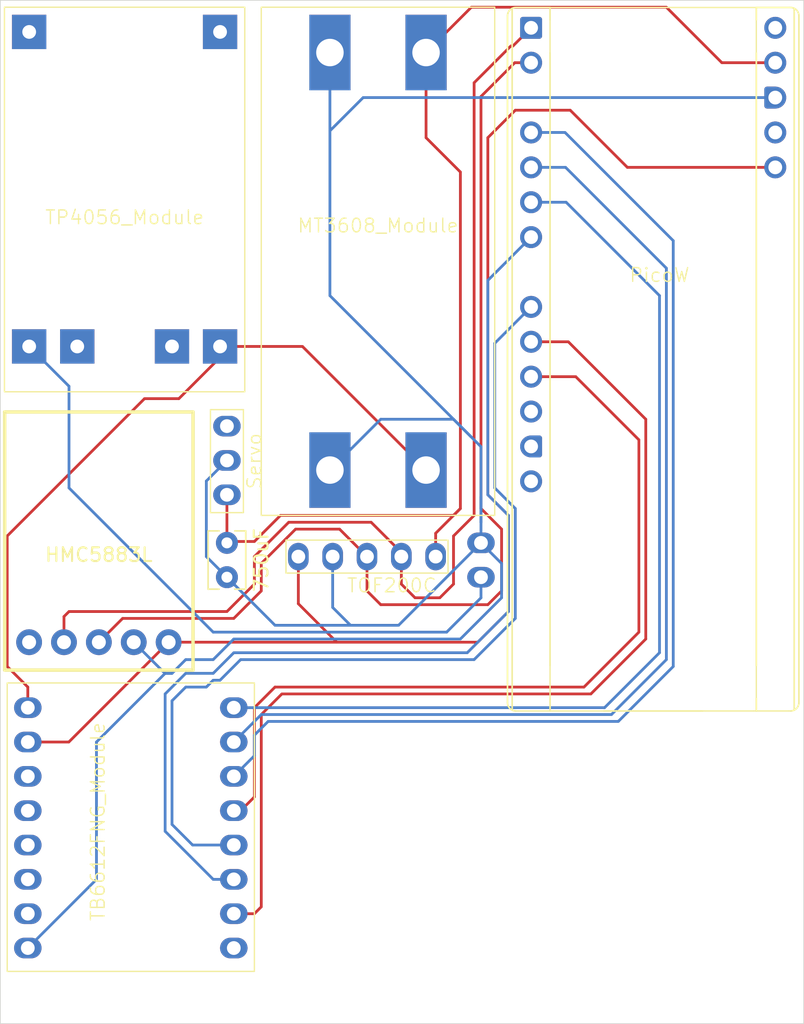
<source format=kicad_pcb>
(kicad_pcb (version 20241229) (generator "pcbnew") (generator_version "9.0")
  (layers (0 "F.Cu" signal) (2 "B.Cu" signal) (13 "F.Paste" user) (15 "B.Paste" user) (5 "F.SilkS" user "F.Silkscreen") (7 "B.SilkS" user "B.Silkscreen") (1 "F.Mask" user) (3 "B.Mask" user) (25 "Edge.Cuts" user))
  (net 0 "")
  (footprint "" (layer "F.Cu") (at 106 81.5 90)
    (property "Reference" "" (at 0 0 90) (layer "F.SilkS") (effects (font (size 1.27 1.27))))
    (property "Value" "")
    (pad "2" thru_hole oval (at 0 0 90) (size 1.5 2) (drill 1) (layers "*.Cu" "*.Mask"))
  )
  (footprint "CustomFutprints:TP4056_Module" (layer "F.Cu") (at 80.8 54 180)
    (property "Reference" "TP4056_Module" (at 0.75 -1.3 0) (layer "F.SilkS") (effects (font (thickness 0.1))))
    (property "Value" "TP4056_Module" (hide yes))
    (fp_rect (start -8 -14) (end 9.5 14) (stroke (width 0.1)) (fill no) (layer "F.SilkS"))
    (pad "1" thru_hole rect (at 7.7 -10.7 180) (size 2.5 2.5) (drill 1) (layers "*.Cu" "*.Mask"))
    (pad "2" thru_hole rect (at 4.2 -10.7 180) (size 2.5 2.5) (drill 1) (layers "*.Cu" "*.Mask"))
    (pad "3" thru_hole rect (at -6.2 -10.7 180) (size 2.5 2.5) (drill 1) (layers "*.Cu" "*.Mask"))
    (pad "4" thru_hole rect (at -2.7 -10.7 180) (size 2.5 2.5) (drill 1) (layers "*.Cu" "*.Mask"))
    (pad "5" thru_hole rect (at 7.7 12.2 180) (size 2.5 2.5) (drill 1) (layers "*.Cu" "*.Mask"))
    (pad "6" thru_hole rect (at -6.2 12.2 180) (size 2.5 2.5) (drill 1) (layers "*.Cu" "*.Mask"))
  )
  (footprint "CustomFutprints:MT3608_Module" (layer "F.Cu") (at 100 50)
    (property "Reference" "MT3608_Module" (at -1.5 5.9 0) (layer "F.SilkS") (effects (font (thickness 0.1))))
    (property "Value" "MT3608_Module" (hide yes))
    (fp_rect (start -10 -10) (end 7 27) (stroke (width 0.1)) (fill no) (layer "F.SilkS"))
    (pad "1" thru_hole rect (at 2 -6.7) (size 3 5.5) (drill 2) (layers "*.Cu" "*.Mask"))
    (pad "2" thru_hole rect (at -5 -6.7) (size 3 5.5) (drill 2) (layers "*.Cu" "*.Mask"))
    (pad "3" thru_hole rect (at 2 23.7) (size 3 5.5) (drill 2) (layers "*.Cu" "*.Mask"))
    (pad "4" thru_hole rect (at -5 23.7) (size 3 5.5) (drill 2) (layers "*.Cu" "*.Mask"))
  )
  (footprint "" (layer "F.Cu") (at 106 79 90)
    (property "Reference" "" (at 0 0 90) (layer "F.SilkS") (effects (font (size 1.27 1.27))))
    (property "Value" "")
    (pad "1" thru_hole oval (at 0 0 90) (size 1.5 2) (drill 1) (layers "*.Cu" "*.Mask"))
  )
  (footprint "CustomFutprints:TOF200C" (layer "F.Cu") (at 99.5 83.6)
    (property "Reference" "TOF200C" (at 0 -1.5 0) (layer "F.SilkS") (effects (font (thickness 0.1))))
    (property "Value" "TOF200C" (hide yes))
    (fp_rect (start -7.7 -4.8) (end 4.1 -2.4) (stroke (width 0.1)) (fill no) (layer "F.SilkS"))
    (pad "1" thru_hole oval (at 3.2 -3.6) (size 1.5 2) (drill 1) (layers "*.Cu" "*.Mask"))
    (pad "2" thru_hole oval (at 0.7 -3.6) (size 1.5 2) (drill 1) (layers "*.Cu" "*.Mask"))
    (pad "3" thru_hole oval (at -1.8 -3.6) (size 1.5 2) (drill 1) (layers "*.Cu" "*.Mask"))
    (pad "4" thru_hole oval (at -4.3 -3.6) (size 1.5 2) (drill 1) (layers "*.Cu" "*.Mask"))
    (pad "5" thru_hole oval (at -6.8 -3.6) (size 1.5 2) (drill 1) (layers "*.Cu" "*.Mask"))
  )
  (footprint "CustomFutprints:HMC5883L" (layer "F.Cu") (at 78.174 78.866 -90)
    (property "Reference" "HMC5883L" (at 1 0 0) (layer "F.SilkS") (effects (font (size 1.000094 1.000094))))
    (property "Value" "HMC5883L" (hide yes))
    (fp_line (start -9.398 6.858) (end 9.398 6.858) (stroke (width 0.254)) (layer "F.SilkS"))
    (fp_line (start 9.398 6.858) (end 9.398 -6.858) (stroke (width 0.254)) (layer "F.SilkS"))
    (fp_line (start -9.398 -6.858) (end -9.398 6.858) (stroke (width 0.254)) (layer "F.SilkS"))
    (fp_line (start 9.398 -6.858) (end -9.398 -6.858) (stroke (width 0.254)) (layer "F.SilkS"))
    (pad "" np_thru_hole circle (at -7.366 -4.826 270) (size 3.175 3.175) (drill 3.175) (layers "*.Cu" "*.Mask"))
    (pad "" np_thru_hole circle (at -7.366 4.826 270) (size 3.175 3.175) (drill 3.175) (layers "*.Cu" "*.Mask"))
    (pad "1" thru_hole circle (at 7.366 -5.08 270) (size 1.8796 1.8796) (drill 1.016) (layers "*.Cu" "*.Mask"))
    (pad "2" thru_hole circle (at 7.366 -2.54 270) (size 1.8796 1.8796) (drill 1.016) (layers "*.Cu" "*.Mask"))
    (pad "3" thru_hole circle (at 7.366 0 270) (size 1.8796 1.8796) (drill 1.016) (layers "*.Cu" "*.Mask"))
    (pad "4" thru_hole circle (at 7.366 2.54 270) (size 1.8796 1.8796) (drill 1.016) (layers "*.Cu" "*.Mask"))
    (pad "5" thru_hole circle (at 7.366 5.08 270) (size 1.8796 1.8796) (drill 1.016) (layers "*.Cu" "*.Mask"))
  )
  (footprint "Capacitor_THT:C_Rect_L4.0mm_W2.5mm_P2.50mm" (layer "F.Cu") (at 87.5 81.5 90)
    (property "Reference" "750uF" (at 1.25 2.5 90) (layer "F.SilkS"))
    (property "Value" "C_Rect_L4.0mm_W2.5mm_P2.50mm" (hide yes))
    (fp_line (start 3.37 -1.37) (end 3.37 -0.57) (stroke (width 0.12)) (layer "F.SilkS"))
    (fp_line (start -0.87 -1.37) (end 3.37 -1.37) (stroke (width 0.12)) (layer "F.SilkS"))
    (fp_line (start -0.87 -0.57) (end -0.87 -1.37) (stroke (width 0.12)) (layer "F.SilkS"))
    (fp_line (start 3.37 0.57) (end 3.37 1.37) (stroke (width 0.12)) (layer "F.SilkS"))
    (fp_line (start 3.37 1.37) (end -0.87 1.37) (stroke (width 0.12)) (layer "F.SilkS"))
    (fp_line (start -0.87 1.37) (end -0.87 0.57) (stroke (width 0.12)) (layer "F.SilkS"))
    (pad "1" thru_hole circle (at 0 0 90) (size 1.6 1.6) (drill 0.8) (layers "*.Cu" "*.Mask"))
    (pad "2" thru_hole circle (at 2.5 0 90) (size 1.6 1.6) (drill 0.8) (layers "*.Cu" "*.Mask"))
  )
  (footprint "CustomFutprints:Servo" (layer "F.Cu") (at 90.2 73.05 90)
    (property "Reference" "Servo" (at 0 -0.7 90) (layer "F.SilkS") (effects (font (thickness 0.1))))
    (property "Value" "Servo" (hide yes))
    (fp_rect (start -3.75 -3.9) (end 3.75 -1.5) (stroke (width 0.1)) (fill no) (layer "F.SilkS"))
    (pad "1" thru_hole oval (at 2.55 -2.7 90) (size 1.5 2) (drill 1) (layers "*.Cu" "*.Mask"))
    (pad "2" thru_hole oval (at 0.05 -2.7 90) (size 1.5 2) (drill 1) (layers "*.Cu" "*.Mask"))
    (pad "3" thru_hole oval (at -2.45 -2.7 90) (size 1.5 2) (drill 1) (layers "*.Cu" "*.Mask"))
  )
  (footprint "CustomFutprints:Croped_PicoW" (layer "F.Cu") (at 119 60)
    (property "Reference" "PicoW" (at 0 -0.5 0) (layer "F.SilkS") (effects (font (thickness 0.1))))
    (property "Value" "Croped_PicoW")
    (fp_line (start -11.07 -19.37) (end -11.07 30.63) (stroke (width 0.12)) (layer "F.SilkS"))
    (fp_line (start -10.73 -19.917) (end -10.73 31.177) (stroke (width 0.12)) (layer "F.SilkS"))
    (fp_line (start -10.46 -19.98) (end -7.97 -19.98) (stroke (width 0.12)) (layer "F.SilkS"))
    (fp_line (start -7.97 -19.98) (end -7.97 -19.06648) (stroke (width 0.12)) (layer "F.SilkS"))
    (fp_line (start -7.97 -19.98) (end 7.05 -19.98) (stroke (width 0.1)) (layer "F.SilkS"))
    (fp_line (start -7.97 -16.67352) (end -7.97 -19.06648) (stroke (width 0.1)) (layer "F.SilkS"))
    (fp_line (start -7.97 -16.67352) (end -7.97 27.93352) (stroke (width 0.12)) (layer "F.SilkS"))
    (fp_line (start -7.97 30.32648) (end -7.97 27.93352) (stroke (width 0.1)) (layer "F.SilkS"))
    (fp_line (start -7.97 30.32648) (end -7.97 31.24) (stroke (width 0.12)) (layer "F.SilkS"))
    (fp_line (start -7.97 31.24) (end -10.460099 31.24) (stroke (width 0.1)) (layer "F.SilkS"))
    (fp_line (start -4.06 31.24) (end -7.97 31.24) (stroke (width 0.1)) (layer "F.SilkS"))
    (fp_line (start 3.14 31.24) (end -4.06 31.24) (stroke (width 0.12)) (layer "F.SilkS"))
    (fp_line (start 7.05 -19.98) (end 7.05 -19.06648) (stroke (width 0.12)) (layer "F.SilkS"))
    (fp_line (start 7.05 -19.06648) (end 7.05 -16.67352) (stroke (width 0.1)) (layer "F.SilkS"))
    (fp_line (start 7.05 -16.67352) (end 7.05 27.93352) (stroke (width 0.12)) (layer "F.SilkS"))
    (fp_line (start 7.05 30.32648) (end 7.05 27.93352) (stroke (width 0.1)) (layer "F.SilkS"))
    (fp_line (start 7.05 30.32648) (end 7.05 31.24) (stroke (width 0.12)) (layer "F.SilkS"))
    (fp_line (start 7.05 31.24) (end 3.14 31.24) (stroke (width 0.1)) (layer "F.SilkS"))
    (fp_line (start 7.05 31.24) (end 9.54 31.24) (stroke (width 0.1)) (layer "F.SilkS"))
    (fp_line (start 9.54 -19.98) (end 7.05 -19.98) (stroke (width 0.12)) (layer "F.SilkS"))
    (fp_line (start 9.81 31.177) (end 9.81 -19.917) (stroke (width 0.12)) (layer "F.SilkS"))
    (fp_line (start 10.15 -19.37) (end 10.15 30.63) (stroke (width 0.12)) (layer "F.SilkS"))
    (fp_arc (start -11.07 -19.37) (mid -10.891335 -19.801335) (end -10.46 -19.98) (stroke (width 0.12)) (layer "F.SilkS"))
    (fp_arc (start -10.46 31.24) (mid -10.891364 31.061364) (end -11.07 30.63) (stroke (width 0.12)) (layer "F.SilkS"))
    (fp_arc (start 9.54 -19.98) (mid 9.971335 -19.801335) (end 10.15 -19.37) (stroke (width 0.12)) (layer "F.SilkS"))
    (fp_arc (start 10.15 30.63) (mid 9.971335 31.061335) (end 9.54 31.24) (stroke (width 0.12)) (layer "F.SilkS"))
    (pad "1" thru_hole roundrect (at -9.35 -18.5) (size 1.6 1.6) (drill 1) (layers "*.Cu" "*.Mask") (roundrect_rratio 0.125))
    (pad "2" thru_hole circle (at -9.35 -15.96) (size 1.6 1.6) (drill 1) (layers "*.Cu" "*.Mask"))
    (pad "4" thru_hole circle (at -9.35 -10.88) (size 1.6 1.6) (drill 1) (layers "*.Cu" "*.Mask"))
    (pad "5" thru_hole circle (at -9.35 -8.34) (size 1.6 1.6) (drill 1) (layers "*.Cu" "*.Mask"))
    (pad "6" thru_hole circle (at -9.35 -5.8) (size 1.6 1.6) (drill 1) (layers "*.Cu" "*.Mask"))
    (pad "7" thru_hole circle (at -9.35 -3.26) (size 1.6 1.6) (drill 1) (layers "*.Cu" "*.Mask"))
    (pad "9" thru_hole circle (at -9.35 1.82) (size 1.6 1.6) (drill 1) (layers "*.Cu" "*.Mask"))
    (pad "10" thru_hole circle (at -9.35 4.36) (size 1.6 1.6) (drill 1) (layers "*.Cu" "*.Mask"))
    (pad "11" thru_hole circle (at -9.35 6.9) (size 1.6 1.6) (drill 1) (layers "*.Cu" "*.Mask"))
    (pad "12" thru_hole circle (at -9.35 9.44) (size 1.6 1.6) (drill 1) (layers "*.Cu" "*.Mask"))
    (pad "13" thru_hole custom (at -9.35 11.98) (size 1.6 1.6) (drill 1) (layers "*.Cu" "*.Mask") (options (clearance outline) (anchor circle)) (primitives (gr_poly (pts (xy 0.8 0.6) (xy 0.8 -0.6) (xy 0.6 -0.8) (xy 0 -0.8) (xy 0 0.8) (xy 0.6 0.8)) (width 0) (fill yes)) (gr_circle (center 0.6 0.6) (end 0.8 0.6) (width 0) (fill yes)) (gr_circle (center 0.6 -0.6) (end 0.8 -0.6) (width 0) (fill yes))))
    (pad "14" thru_hole circle (at -9.35 14.52) (size 1.6 1.6) (drill 1) (layers "*.Cu" "*.Mask"))
    (pad "36" thru_hole circle (at 8.43 -8.34) (size 1.6 1.6) (drill 1) (layers "*.Cu" "*.Mask"))
    (pad "37" thru_hole circle (at 8.43 -10.88) (size 1.6 1.6) (drill 1) (layers "*.Cu" "*.Mask"))
    (pad "38" thru_hole custom (at 8.43 -13.42) (size 1.6 1.6) (drill 1) (layers "*.Cu" "*.Mask") (options (clearance outline) (anchor circle)) (primitives (gr_poly (pts (xy -0.8 0.6) (xy -0.8 -0.6) (xy -0.6 -0.8) (xy 0 -0.8) (xy 0 0.8) (xy -0.6 0.8)) (width 0) (fill yes)) (gr_circle (center -0.6 0.6) (end -0.4 0.6) (width 0) (fill yes)) (gr_circle (center -0.6 -0.6) (end -0.4 -0.6) (width 0) (fill yes))))
    (pad "39" thru_hole circle (at 8.43 -15.96) (size 1.6 1.6) (drill 1) (layers "*.Cu" "*.Mask"))
    (pad "40" thru_hole circle (at 8.43 -18.5) (size 1.6 1.6) (drill 1) (layers "*.Cu" "*.Mask"))
  )
  (footprint "CustomFutprints:TB6612FNG_Module" (layer "F.Cu") (at 78.7 98.7 90)
    (property "Reference" "TB6612FNG_Module" (at -0.6 -0.6 90) (layer "F.SilkS") (effects (font (thickness 0.1))))
    (property "Value" "TB6612FNG_Module" (hide yes))
    (fp_rect (start -11.5 -7.2) (end 9.5 10.8) (stroke (width 0.1)) (fill no) (layer "F.SilkS"))
    (pad "1" thru_hole oval (at 7.7 9.3 90) (size 1.5 2) (drill 1) (layers "*.Cu" "*.Mask"))
    (pad "2" thru_hole oval (at 5.2 9.3 90) (size 1.5 2) (drill 1) (layers "*.Cu" "*.Mask"))
    (pad "3" thru_hole oval (at 2.7 9.3 90) (size 1.5 2) (drill 1) (layers "*.Cu" "*.Mask"))
    (pad "4" thru_hole oval (at 0.2 9.3 90) (size 1.5 2) (drill 1) (layers "*.Cu" "*.Mask"))
    (pad "5" thru_hole oval (at -2.3 9.3 90) (size 1.5 2) (drill 1) (layers "*.Cu" "*.Mask"))
    (pad "6" thru_hole oval (at -4.8 9.3 90) (size 1.5 2) (drill 1) (layers "*.Cu" "*.Mask"))
    (pad "7" thru_hole oval (at -7.3 9.3 90) (size 1.5 2) (drill 1) (layers "*.Cu" "*.Mask"))
    (pad "8" thru_hole oval (at -9.8 9.3 90) (size 1.5 2) (drill 1) (layers "*.Cu" "*.Mask"))
    (pad "9" thru_hole oval (at 7.7 -5.7 90) (size 1.5 2) (drill 1) (layers "*.Cu" "*.Mask"))
    (pad "10" thru_hole oval (at 5.2 -5.7 90) (size 1.5 2) (drill 1) (layers "*.Cu" "*.Mask"))
    (pad "11" thru_hole oval (at 2.7 -5.7 90) (size 1.5 2) (drill 1) (layers "*.Cu" "*.Mask"))
    (pad "12" thru_hole oval (at 0.2 -5.7 90) (size 1.5 2) (drill 1) (layers "*.Cu" "*.Mask"))
    (pad "13" thru_hole oval (at -2.3 -5.7 90) (size 1.5 2) (drill 1) (layers "*.Cu" "*.Mask"))
    (pad "14" thru_hole oval (at -4.8 -5.7 90) (size 1.5 2) (drill 1) (layers "*.Cu" "*.Mask"))
    (pad "15" thru_hole oval (at -7.3 -5.7 90) (size 1.5 2) (drill 1) (layers "*.Cu" "*.Mask"))
    (pad "16" thru_hole oval (at -9.8 -5.7 90) (size 1.5 2) (drill 1) (layers "*.Cu" "*.Mask"))
  )
  (gr_rect (start 71 39.5) (end 129.5 114) (stroke (width 0.05)) (fill no) (layer "Edge.Cuts"))
  (segment (start 101.2 83) (end 100.2 82) (width 0.2) (layer "F.Cu") (net 0))
  (segment (start 102 43.3) (end 105.3 40) (width 0.2) (layer "F.Cu") (net 0))
  (segment (start 108 84) (end 105.768 86.232) (width 0.2) (layer "F.Cu") (net 0))
  (segment (start 112.9 66.9) (end 109.65 66.9) (width 0.2) (layer "F.Cu") (net 0))
  (segment (start 108.325 42.825) (end 108.175 42.825) (width 0.2) (layer "F.Cu") (net 0))
  (segment (start 91.5 90) (end 114 90) (width 0.2) (layer "F.Cu") (net 0))
  (segment (start 112.5 47.5) (end 108.5 47.5) (width 0.2) (layer "F.Cu") (net 0))
  (segment (start 113.5 89.5) (end 117.5 85.5) (width 0.2) (layer "F.Cu") (net 0))
  (segment (start 98.7 83.5) (end 97.7 82.5) (width 0.2) (layer "F.Cu") (net 0))
  (segment (start 93 64.7) (end 102 73.7) (width 0.2) (layer "F.Cu") (net 0))
  (segment (start 76 84) (end 87.5 84) (width 0.2) (layer "F.Cu") (net 0))
  (segment (start 114 90) (end 118 86) (width 0.2) (layer "F.Cu") (net 0))
  (segment (start 71.5 78.5) (end 81.5 68.5) (width 0.2) (layer "F.Cu") (net 0))
  (segment (start 88 98.5) (end 88.5 98.5) (width 0.2) (layer "F.Cu") (net 0))
  (segment (start 87 64.7) (end 93 64.7) (width 0.2) (layer "F.Cu") (net 0))
  (segment (start 92 77.5) (end 98 77.5) (width 0.2) (layer "F.Cu") (net 0))
  (segment (start 108 77) (end 108 84) (width 0.2) (layer "F.Cu") (net 0))
  (segment (start 105.5 45.5) (end 105.5 77) (width 0.2) (layer "F.Cu") (net 0))
  (segment (start 79.906 84.5) (end 88 84.5) (width 0.2) (layer "F.Cu") (net 0))
  (segment (start 89.5 78.9) (end 87.6 78.9) (width 0.2) (layer "F.Cu") (net 0))
  (segment (start 89.5 106) (end 90 105.5) (width 0.2) (layer "F.Cu") (net 0))
  (segment (start 89.5 80) (end 92 77.5) (width 0.2) (layer "F.Cu") (net 0))
  (segment (start 89.5 91) (end 91 89.5) (width 0.2) (layer "F.Cu") (net 0))
  (segment (start 105.768 86.232) (end 95.5 86.232) (width 0.2) (layer "F.Cu") (net 0))
  (segment (start 102 49.5) (end 102 43.3) (width 0.2) (layer "F.Cu") (net 0))
  (segment (start 105.5 77) (end 104 78.5) (width 0.2) (layer "F.Cu") (net 0))
  (segment (start 106 46.5) (end 106 76.5) (width 0.2) (layer "F.Cu") (net 0))
  (segment (start 87.6 78.9) (end 87.5 79) (width 0.2) (layer "F.Cu") (net 0))
  (segment (start 106 76.5) (end 107.5 78) (width 0.2) (layer "F.Cu") (net 0))
  (segment (start 89.5 82) (end 89.5 80) (width 0.2) (layer "F.Cu") (net 0))
  (segment (start 106.5 83.5) (end 98.7 83.5) (width 0.2) (layer "F.Cu") (net 0))
  (segment (start 71.5 88) (end 71.5 78.5) (width 0.2) (layer "F.Cu") (net 0))
  (segment (start 117.5 71.5) (end 112.9 66.9) (width 0.2) (layer "F.Cu") (net 0))
  (segment (start 87 65.5) (end 87 64.7) (width 0.2) (layer "F.Cu") (net 0))
  (segment (start 98 77.5) (end 100.2 79.7) (width 0.2) (layer "F.Cu") (net 0))
  (segment (start 89.5 97.5) (end 89.5 91) (width 0.2) (layer "F.Cu") (net 0))
  (segment (start 90 80.5) (end 92.5 78) (width 0.2) (layer "F.Cu") (net 0))
  (segment (start 107.5 78) (end 107.5 82.5) (width 0.2) (layer "F.Cu") (net 0))
  (segment (start 100.2 79.7) (end 100.2 80) (width 0.2) (layer "F.Cu") (net 0))
  (segment (start 103 83) (end 101.2 83) (width 0.2) (layer "F.Cu") (net 0))
  (segment (start 92.5 78) (end 95.7 78) (width 0.2) (layer "F.Cu") (net 0))
  (segment (start 104.5 52) (end 102 49.5) (width 0.2) (layer "F.Cu") (net 0))
  (segment (start 88 84.5) (end 90 82.5) (width 0.2) (layer "F.Cu") (net 0))
  (segment (start 106.5 49.5) (end 106.5 75.5) (width 0.2) (layer "F.Cu") (net 0))
  (segment (start 104.5 76.5) (end 104.5 52) (width 0.2) (layer "F.Cu") (net 0))
  (segment (start 90 82.5) (end 90 80.5) (width 0.2) (layer "F.Cu") (net 0))
  (segment (start 117.5 85.5) (end 117.5 71.5) (width 0.2) (layer "F.Cu") (net 0))
  (segment (start 92.7 83.432) (end 95.5 86.232) (width 0.2) (layer "F.Cu") (net 0))
  (segment (start 108.5 47.5) (end 106.5 49.5) (width 0.2) (layer "F.Cu") (net 0))
  (segment (start 90 91.5) (end 91.5 90) (width 0.2) (layer "F.Cu") (net 0))
  (segment (start 106.5 75.5) (end 108 77) (width 0.2) (layer "F.Cu") (net 0))
  (segment (start 112.36 64.36) (end 109.65 64.36) (width 0.2) (layer "F.Cu") (net 0))
  (segment (start 95.7 78) (end 97.7 80) (width 0.2) (layer "F.Cu") (net 0))
  (segment (start 105.3 40) (end 119.5 40) (width 0.2) (layer "F.Cu") (net 0))
  (segment (start 81.5 68.5) (end 84 68.5) (width 0.2) (layer "F.Cu") (net 0))
  (segment (start 89.5 78.9) (end 91.4 77) (width 0.2) (layer "F.Cu") (net 0))
  (segment (start 104 82) (end 103 83) (width 0.2) (layer "F.Cu") (net 0))
  (segment (start 127.43 51.66) (end 116.66 51.66) (width 0.2) (layer "F.Cu") (net 0))
  (segment (start 75.634 84.366) (end 76 84) (width 0.2) (layer "F.Cu") (net 0))
  (segment (start 73 89.5) (end 71.5 88) (width 0.2) (layer "F.Cu") (net 0))
  (segment (start 123.54 44.04) (end 127.43 44.04) (width 0.2) (layer "F.Cu") (net 0))
  (segment (start 73 93.5) (end 75.986 93.5) (width 0.2) (layer "F.Cu") (net 0))
  (segment (start 73 91) (end 73 89.5) (width 0.2) (layer "F.Cu") (net 0))
  (segment (start 107.5 82.5) (end 106.5 83.5) (width 0.2) (layer "F.Cu") (net 0))
  (segment (start 75.986 93.5) (end 83.254 86.232) (width 0.2) (layer "F.Cu") (net 0))
  (segment (start 90 105.5) (end 90 91.5) (width 0.2) (layer "F.Cu") (net 0))
  (segment (start 87.5 84) (end 89.5 82) (width 0.2) (layer "F.Cu") (net 0))
  (segment (start 92.7 83.432) (end 92.7 80) (width 0.2) (layer "F.Cu") (net 0))
  (segment (start 109.65 44.04) (end 108.46 44.04) (width 0.2) (layer "F.Cu") (net 0))
  (segment (start 102.7 78.3) (end 102.7 80) (width 0.2) (layer "F.Cu") (net 0))
  (segment (start 118 70) (end 112.36 64.36) (width 0.2) (layer "F.Cu") (net 0))
  (segment (start 108.175 42.825) (end 105.5 45.5) (width 0.2) (layer "F.Cu") (net 0))
  (segment (start 102 43.3) (end 103.3 43.3) (width 0.2) (layer "F.Cu") (net 0))
  (segment (start 88.5 98.5) (end 89.5 97.5) (width 0.2) (layer "F.Cu") (net 0))
  (segment (start 104 77) (end 104.5 76.5) (width 0.2) (layer "F.Cu") (net 0))
  (segment (start 91 89.5) (end 113.5 89.5) (width 0.2) (layer "F.Cu") (net 0))
  (segment (start 84 68.5) (end 87 65.5) (width 0.2) (layer "F.Cu") (net 0))
  (segment (start 118 86) (end 118 70) (width 0.2) (layer "F.Cu") (net 0))
  (segment (start 100.2 82) (end 100.2 80) (width 0.2) (layer "F.Cu") (net 0))
  (segment (start 116.66 51.66) (end 112.5 47.5) (width 0.2) (layer "F.Cu") (net 0))
  (segment (start 104 78.5) (end 104 82) (width 0.2) (layer "F.Cu") (net 0))
  (segment (start 97.7 82.5) (end 97.7 80) (width 0.2) (layer "F.Cu") (net 0))
  (segment (start 83.254 86.232) (end 95.5 86.232) (width 0.2) (layer "F.Cu") (net 0))
  (segment (start 102.7 78.3) (end 104.5 76.5) (width 0.2) (layer "F.Cu") (net 0))
  (segment (start 119.5 40) (end 123.54 44.04) (width 0.2) (layer "F.Cu") (net 0))
  (segment (start 91.4 77) (end 104 77) (width 0.2) (layer "F.Cu") (net 0))
  (segment (start 88 106) (end 89.5 106) (width 0.2) (layer "F.Cu") (net 0))
  (segment (start 109.65 41.5) (end 108.325 42.825) (width 0.2) (layer "F.Cu") (net 0))
  (segment (start 75.634 86.232) (end 75.634 84.366) (width 0.2) (layer "F.Cu") (net 0))
  (segment (start 78.174 86.232) (end 79.906 84.5) (width 0.2) (layer "F.Cu") (net 0))
  (segment (start 108.46 44.04) (end 106 46.5) (width 0.2) (layer "F.Cu") (net 0))
  (segment (start 87.5 79) (end 87.5 75.5) (width 0.2) (layer "F.Cu") (net 0))
  (segment (start 85 101) (end 83.5 99.5) (width 0.2) (layer "B.Cu") (net 0))
  (segment (start 107 64.47) (end 109.65 61.82) (width 0.2) (layer "B.Cu") (net 0))
  (segment (start 119 61) (end 112.2 54.2) (width 0.2) (layer "B.Cu") (net 0))
  (segment (start 95 43.3) (end 95 49) (width 0.2) (layer "B.Cu") (net 0))
  (segment (start 84.5 89.5) (end 86 89.5) (width 0.2) (layer "B.Cu") (net 0))
  (segment (start 100 85) (end 106 79) (width 0.2) (layer "B.Cu") (net 0))
  (segment (start 96.5 85) (end 100 85) (width 0.2) (layer "B.Cu") (net 0))
  (segment (start 115 91) (end 119 87) (width 0.2) (layer "B.Cu") (net 0))
  (segment (start 78 103.5) (end 78 93.5) (width 0.2) (layer "B.Cu") (net 0))
  (segment (start 119 87) (end 119 61) (width 0.2) (layer "B.Cu") (net 0))
  (segment (start 120 57) (end 112.12 49.12) (width 0.2) (layer "B.Cu") (net 0))
  (segment (start 86.5 88.5) (end 88 87) (width 0.2) (layer "B.Cu") (net 0))
  (segment (start 127.43 46.58) (end 97.42 46.58) (width 0.2) (layer "B.Cu") (net 0))
  (segment (start 95 61) (end 105.25 71.25) (width 0.2) (layer "B.Cu") (net 0))
  (segment (start 88 101) (end 85 101) (width 0.2) (layer "B.Cu") (net 0))
  (segment (start 90.5 92) (end 116 92) (width 0.2) (layer "B.Cu") (net 0))
  (segment (start 86 89.5) (end 86.5 89) (width 0.2) (layer "B.Cu") (net 0))
  (segment (start 87.5 81.5) (end 91 85) (width 0.2) (layer "B.Cu") (net 0))
  (segment (start 116 92) (end 120 88) (width 0.2) (layer "B.Cu") (net 0))
  (segment (start 105.25 71.25) (end 106 72) (width 0.2) (layer "B.Cu") (net 0))
  (segment (start 86.5 89) (end 87 89) (width 0.2) (layer "B.Cu") (net 0))
  (segment (start 86 80) (end 86 74.5) (width 0.2) (layer "B.Cu") (net 0))
  (segment (start 106.5 75.5) (end 106.5 59.89) (width 0.2) (layer "B.Cu") (net 0))
  (segment (start 108 77) (end 106.5 75.5) (width 0.2) (layer "B.Cu") (net 0))
  (segment (start 89.5 94.5) (end 89.5 93) (width 0.2) (layer "B.Cu") (net 0))
  (segment (start 105.5 87.5) (end 108.5 84.5) (width 0.2) (layer "B.Cu") (net 0))
  (segment (start 119.5 87.5) (end 119.5 59) (width 0.2) (layer "B.Cu") (net 0))
  (segment (start 83 90) (end 84.5 88.5) (width 0.2) (layer "B.Cu") (net 0))
  (segment (start 103.5 85.5) (end 86.5 85.5) (width 0.2) (layer "B.Cu") (net 0))
  (segment (start 104.5 86) (end 107.5 83) (width 0.2) (layer "B.Cu") (net 0))
  (segment (start 106 75.63) (end 106 77.5) (width 0.2) (layer "B.Cu") (net 0))
  (segment (start 84.5 87.5) (end 86.5 87.5) (width 0.2) (layer "B.Cu") (net 0))
  (segment (start 88 96) (end 89.5 94.5) (width 0.2) (layer "B.Cu") (net 0))
  (segment (start 106 81.5) (end 106 83) (width 0.2) (layer "B.Cu") (net 0))
  (segment (start 112.2 54.2) (end 109.65 54.2) (width 0.2) (layer "B.Cu") (net 0))
  (segment (start 106.5 59.89) (end 109.65 56.74) (width 0.2) (layer "B.Cu") (net 0))
  (segment (start 89.5 93) (end 90.5 92) (width 0.2) (layer "B.Cu") (net 0))
  (segment (start 95.2 83.7) (end 95.2 80) (width 0.2) (layer "B.Cu") (net 0))
  (segment (start 105 87) (end 108 84) (width 0.2) (layer "B.Cu") (net 0))
  (segment (start 88.5 87.5) (end 105.5 87.5) (width 0.2) (layer "B.Cu") (net 0))
  (segment (start 84.5 88.5) (end 86.5 88.5) (width 0.2) (layer "B.Cu") (net 0))
  (segment (start 119.5 59) (end 112.16 51.66) (width 0.2) (layer "B.Cu") (net 0))
  (segment (start 86.5 87.5) (end 88 86) (width 0.2) (layer "B.Cu") (net 0))
  (segment (start 108.5 84.5) (end 108.5 76.5) (width 0.2) (layer "B.Cu") (net 0))
  (segment (start 91 85) (end 96.5 85) (width 0.2) (layer "B.Cu") (net 0))
  (segment (start 95 49) (end 95 61) (width 0.2) (layer "B.Cu") (net 0))
  (segment (start 90 91.5) (end 115.5 91.5) (width 0.2) (layer "B.Cu") (net 0))
  (segment (start 88 93.5) (end 90 91.5) (width 0.2) (layer "B.Cu") (net 0))
  (segment (start 108 84) (end 108 77) (width 0.2) (layer "B.Cu") (net 0))
  (segment (start 87.5 81.5) (end 86 80) (width 0.2) (layer "B.Cu") (net 0))
  (segment (start 120 88) (end 120 57) (width 0.2) (layer "B.Cu") (net 0))
  (segment (start 78 93.5) (end 83 88.5) (width 0.2) (layer "B.Cu") (net 0))
  (segment (start 86 74.5) (end 87.5 73) (width 0.2) (layer "B.Cu") (net 0))
  (segment (start 88 86) (end 104.5 86) (width 0.2) (layer "B.Cu") (net 0))
  (segment (start 83 88.5) (end 83.5 88.5) (width 0.2) (layer "B.Cu") (net 0))
  (segment (start 83.5 90.5) (end 84.5 89.5) (width 0.2) (layer "B.Cu") (net 0))
  (segment (start 107.5 80.5) (end 106 79) (width 0.2) (layer "B.Cu") (net 0))
  (segment (start 112.12 49.12) (end 109.65 49.12) (width 0.2) (layer "B.Cu") (net 0))
  (segment (start 82.982 88.5) (end 83.5 88.5) (width 0.2) (layer "B.Cu") (net 0))
  (segment (start 104 70) (end 105.25 71.25) (width 0.2) (layer "B.Cu") (net 0))
  (segment (start 83.5 99.5) (end 83.5 90.5) (width 0.2) (layer "B.Cu") (net 0))
  (segment (start 106 83) (end 103.5 85.5) (width 0.2) (layer "B.Cu") (net 0))
  (segment (start 86.5 103.5) (end 83 100) (width 0.2) (layer "B.Cu") (net 0))
  (segment (start 115.5 91.5) (end 119.5 87.5) (width 0.2) (layer "B.Cu") (net 0))
  (segment (start 88 91) (end 115 91) (width 0.2) (layer "B.Cu") (net 0))
  (segment (start 88 87) (end 105 87) (width 0.2) (layer "B.Cu") (net 0))
  (segment (start 107 75) (end 107 64.47) (width 0.2) (layer "B.Cu") (net 0))
  (segment (start 86.5 85.5) (end 76 75) (width 0.2) (layer "B.Cu") (net 0))
  (segment (start 95.2 83.7) (end 96.5 85) (width 0.2) (layer "B.Cu") (net 0))
  (segment (start 80.714 86.232) (end 82.982 88.5) (width 0.2) (layer "B.Cu") (net 0))
  (segment (start 107.5 83) (end 107.5 80.5) (width 0.2) (layer "B.Cu") (net 0))
  (segment (start 108.5 76.5) (end 107 75) (width 0.2) (layer "B.Cu") (net 0))
  (segment (start 83.5 88.5) (end 84.5 87.5) (width 0.2) (layer "B.Cu") (net 0))
  (segment (start 112.16 51.66) (end 109.65 51.66) (width 0.2) (layer "B.Cu") (net 0))
  (segment (start 76 75) (end 76 67.6) (width 0.2) (layer "B.Cu") (net 0))
  (segment (start 97.42 46.58) (end 95 49) (width 0.2) (layer "B.Cu") (net 0))
  (segment (start 88 103.5) (end 86.5 103.5) (width 0.2) (layer "B.Cu") (net 0))
  (segment (start 73 108.5) (end 78 103.5) (width 0.2) (layer "B.Cu") (net 0))
  (segment (start 87 89) (end 88.5 87.5) (width 0.2) (layer "B.Cu") (net 0))
  (segment (start 98.7 70) (end 104 70) (width 0.2) (layer "B.Cu") (net 0))
  (segment (start 106 77.5) (end 106 79) (width 0.2) (layer "B.Cu") (net 0))
  (segment (start 95 73.7) (end 98.7 70) (width 0.2) (layer "B.Cu") (net 0))
  (segment (start 106 72) (end 106 77.5) (width 0.2) (layer "B.Cu") (net 0))
  (segment (start 83 100) (end 83 90) (width 0.2) (layer "B.Cu") (net 0))
  (segment (start 76 67.6) (end 73.1 64.7) (width 0.2) (layer "B.Cu") (net 0))
)
</source>
